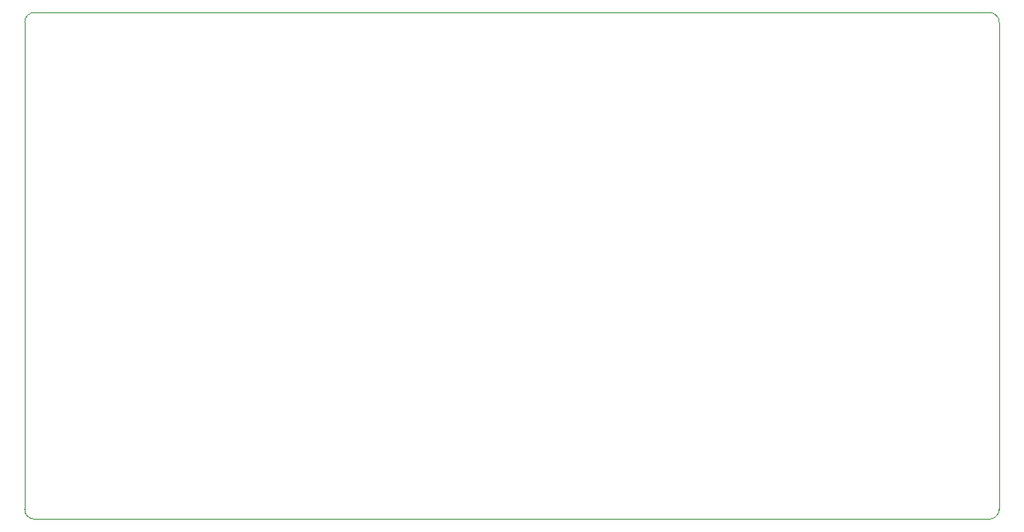
<source format=gbr>
G04 #@! TF.GenerationSoftware,KiCad,Pcbnew,(5.1.5)-3*
G04 #@! TF.CreationDate,2020-02-19T23:56:15-05:00*
G04 #@! TF.ProjectId,Preamplifier,50726561-6d70-46c6-9966-6965722e6b69,rev?*
G04 #@! TF.SameCoordinates,Original*
G04 #@! TF.FileFunction,Profile,NP*
%FSLAX46Y46*%
G04 Gerber Fmt 4.6, Leading zero omitted, Abs format (unit mm)*
G04 Created by KiCad (PCBNEW (5.1.5)-3) date 2020-02-19 23:56:15*
%MOMM*%
%LPD*%
G04 APERTURE LIST*
%ADD10C,0.050000*%
G04 APERTURE END LIST*
D10*
X1000000Y-100000000D02*
X99000000Y-100000000D01*
X0Y-49000000D02*
X0Y-99000000D01*
X99000000Y-48000000D02*
X1000000Y-48000000D01*
X100000000Y-99000000D02*
X100000000Y-49000000D01*
X1000000Y-100000000D02*
G75*
G02X0Y-99000000I0J1000000D01*
G01*
X100000000Y-99000000D02*
G75*
G02X99000000Y-100000000I-1000000J0D01*
G01*
X99000000Y-48000000D02*
G75*
G02X100000000Y-49000000I0J-1000000D01*
G01*
X0Y-49000000D02*
G75*
G02X1000000Y-48000000I1000000J0D01*
G01*
M02*

</source>
